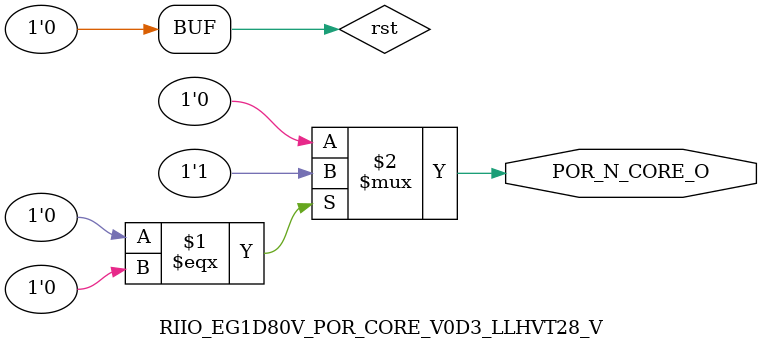
<source format=v>
`timescale 1ns/10ps
`celldefine
module RIIO_EG1D80V_POR_CORE_V0D3_LLHVT28_V(
	
		  POR_N_CORE_O
	
`ifdef USE_PG_PIN
		, VDDIO
		, VSSIO
		, VDD
		, VSS
		, VDD_POR
		, VSS_POR
`endif// USE_PG_PIN
);

	
	//outputs
output
`ifdef USE_AMS_EXTENSION
`ifdef INCA
    (* integer supplySensitivity = "VDD_POR";
	   integer groundSensitivity = "VSS_POR"; *)
`endif//INCA
`endif//USE_AMS_EXTENSION
  POR_N_CORE_O;



`ifdef USE_PG_PIN
	// supply
inout 
`ifdef USE_AMS_EXTENSION
`ifdef INCA
    (* integer inh_conn_prop_name = "vddio";
       integer inh_conn_def_value = "cds_globals.\\VDDIO! "; *)
`endif//INCA
`endif//USE_AMS_EXTENSION
  VDDIO;
inout 
`ifdef USE_AMS_EXTENSION
`ifdef INCA
    (* integer inh_conn_prop_name = "vssio";
       integer inh_conn_def_value = "cds_globals.\\VSSIO! "; *)
`endif//INCA
`endif//USE_AMS_EXTENSION
  VSSIO;
inout 
`ifdef USE_AMS_EXTENSION
`ifdef INCA
    (* integer inh_conn_prop_name = "vdd";
       integer inh_conn_def_value = "cds_globals.\\VDD! "; *)
`endif//INCA
`endif//USE_AMS_EXTENSION
  VDD;
inout 
`ifdef USE_AMS_EXTENSION
`ifdef INCA
    (* integer inh_conn_prop_name = "vss";
       integer inh_conn_def_value = "cds_globals.\\VSS! "; *)
`endif//INCA
`endif//USE_AMS_EXTENSION
  VSS;

inout 
`ifdef USE_AMS_EXTENSION
`ifdef INCA
    (* integer inh_conn_prop_name = "vdd_por";
       integer inh_conn_def_value = "cds_globals.\\VDD_POR! "; *)
`endif//INCA
`endif//USE_AMS_EXTENSION
  VDD_POR;
inout 
`ifdef USE_AMS_EXTENSION
`ifdef INCA
    (* integer inh_conn_prop_name = "vss_por";
       integer inh_conn_def_value = "cds_globals.\\VSS_POR! "; *)
`endif//INCA
`endif//USE_AMS_EXTENSION
  VSS_POR;
  
`endif// USE_PG_PIN


//////////////////////////////////////////////////////////
//MODEL
//////////////////////////////////////////////////////////

parameter DELAY = 20;

wire rst;
assign #(DELAY) rst = 1'b0;

assign POR_N_CORE_O = (rst===1'b0) ? 1'b1 : 1'b0;

endmodule
`endcelldefine

</source>
